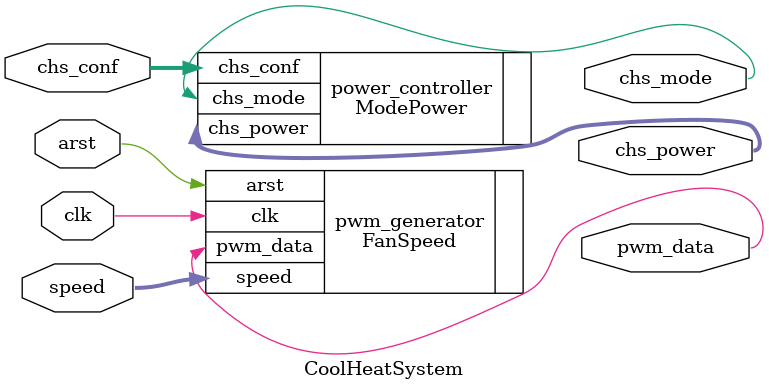
<source format=v>
/*--  *******************************************************
--  Computer Architecture Course, Laboratory Sources 
--  Amirkabir University of Technology (Tehran Polytechnic)
--  Department of Computer Engineering (CE-AUT)
--  https://ce[dot]aut[dot]ac[dot]ir
--  *******************************************************
--  All Rights reserved (C) 2019-2020
--  *******************************************************
--  Student ID  : 
--  Student Name: 
--  Student Mail: 
--  *******************************************************
--  Additional Comments:
--
--*/

/*-----------------------------------------------------------
---  Module Name: Cool Heat System
---  Description: Module3:
-----------------------------------------------------------*/
`timescale 1 ns/1 ns

module CoolHeatSystem (
	input        arst      , // reset [asynch]  
	input        clk       , // clock [posedge] 
	
	input  [7:0] speed     , // speed [duty-cycle]  
	
	input  [7:0] chs_conf  , // degree [temprature] 
	
	output [3:0] chs_power , // power  [cooler/heater] 
	output       chs_mode  , // model  [heat=1/cool=0]

	output       pwm_data    // data  [output]
);

	/* write your code here */
	FanSpeed pwm_generator(.arst(arst), .clk(clk), .speed(speed), .pwm_data(pwm_data));
	ModePower power_controller(.chs_conf(chs_conf), .chs_power(chs_power), .chs_mode(chs_mode));
	/* write your code here */

endmodule

</source>
